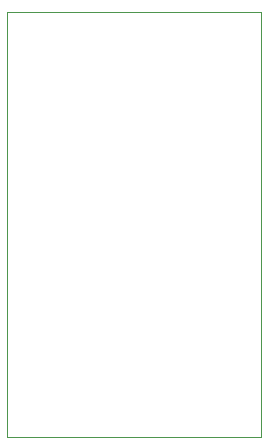
<source format=gbr>
G04 #@! TF.GenerationSoftware,KiCad,Pcbnew,(6.0.0-rc1-dev-1546-g786ee0e)*
G04 #@! TF.CreationDate,2021-05-18T14:48:32-07:00
G04 #@! TF.ProjectId,MuxBoard,4d757842-6f61-4726-942e-6b696361645f,rev?*
G04 #@! TF.SameCoordinates,Original*
G04 #@! TF.FileFunction,Profile,NP*
%FSLAX46Y46*%
G04 Gerber Fmt 4.6, Leading zero omitted, Abs format (unit mm)*
G04 Created by KiCad (PCBNEW (6.0.0-rc1-dev-1546-g786ee0e)) date Tue 18 May 2021 02:48:32 PM PDT*
%MOMM*%
%LPD*%
G04 APERTURE LIST*
%ADD10C,0.100000*%
G04 APERTURE END LIST*
D10*
X129500000Y-49500000D02*
X129500000Y-85500000D01*
X151000000Y-49500000D02*
X129500000Y-49500000D01*
X151000000Y-85500000D02*
X151000000Y-49500000D01*
X129500000Y-85500000D02*
X151000000Y-85500000D01*
M02*

</source>
